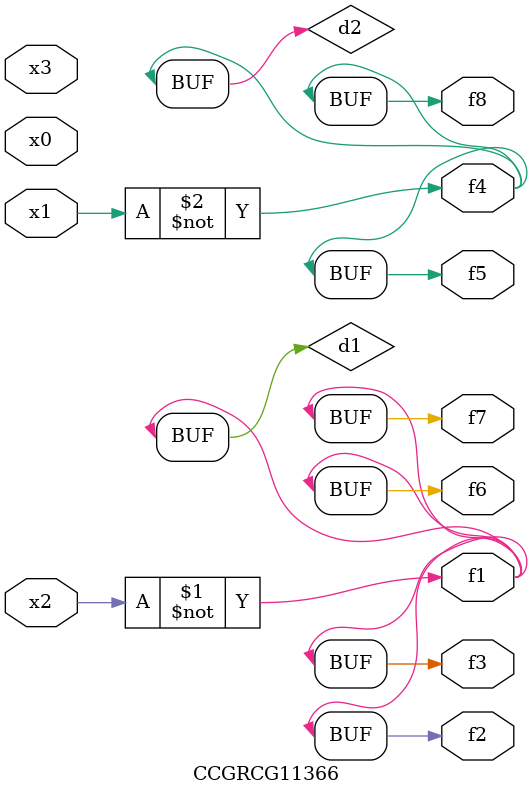
<source format=v>
module CCGRCG11366(
	input x0, x1, x2, x3,
	output f1, f2, f3, f4, f5, f6, f7, f8
);

	wire d1, d2;

	xnor (d1, x2);
	not (d2, x1);
	assign f1 = d1;
	assign f2 = d1;
	assign f3 = d1;
	assign f4 = d2;
	assign f5 = d2;
	assign f6 = d1;
	assign f7 = d1;
	assign f8 = d2;
endmodule

</source>
